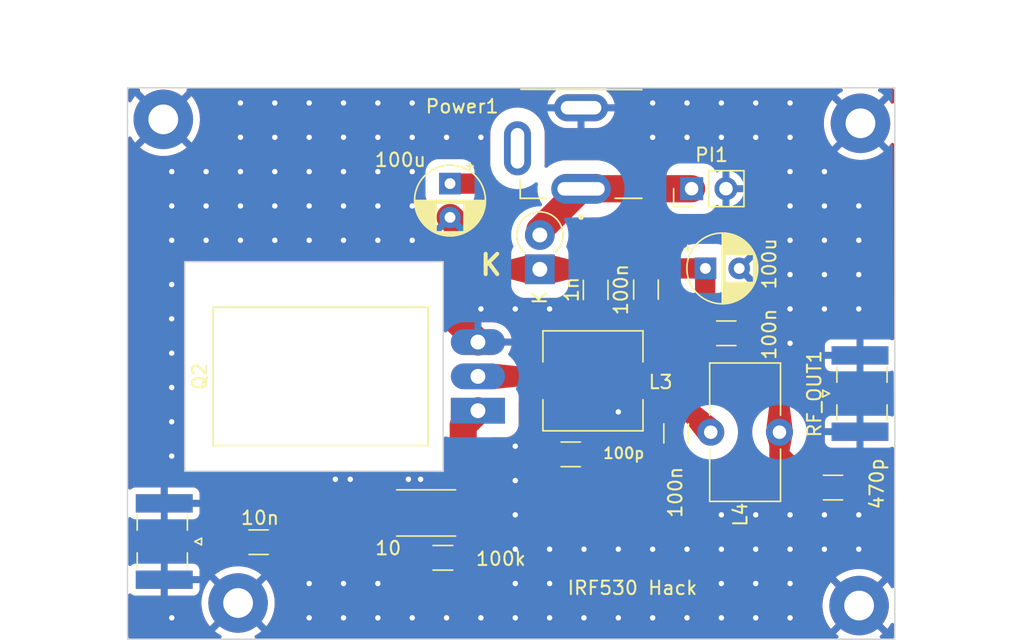
<source format=kicad_pcb>
(kicad_pcb (version 20221018) (generator pcbnew)
  (layers (0 "F.Cu" signal) (31 "B.Cu" signal) (35 "F.Paste" user) (37 "F.SilkS" user "F.Silkscreen") (38 "B.Mask" user) (39 "F.Mask" user) (44 "Edge.Cuts" user))
  (net 0 "")
  (net 1 "GND")
  (net 2 "+VDC")
  (net 3 "Net-(D4-K)")
  (net 4 "Net-(C7-Pad1)")
  (net 5 "/DRAIN")
  (net 6 "Net-(Q2-G)")
  (net 7 "Net-(C19-Pad2)")
  (net 8 "Net-(RF_OUT1-In)")
  (net 10 "Net-(RF_IN1-In)")
  (footprint "Resistor_SMD:R_2512_6332Metric_Pad1.40x3.35mm_HandSolder" (layer "F.Cu") (at 172.395 94.295 180)
    (fp_text reference "R3" hide)
    (fp_text value "10" (at 2.8 -2.61 180) (layer "F.SilkS"))
    (pad "1" smd roundrect (at -3.05 0 180) (size 1.4 3.35) (layers "F.Cu" "F.Paste" "F.Mask") (roundrect_rratio 0.1785707143) (net 6 "Net-(Q2-G)"))
    (pad "2" smd roundrect (at 3.05 0 180) (size 1.4 3.35) (layers "F.Cu" "F.Paste" "F.Mask") (roundrect_rratio 0.1785707143) (net 7 "Net-(C19-Pad2)"))
  )
  (footprint "Capacitor_SMD:C_1206_3216Metric_Pad1.33x1.80mm_HandSolder" (layer "F.Cu") (at 190.88 88.41 -90)
    (fp_text reference "C7" hide)
    (fp_text value "100n" (at 4.36 0.06 90) (layer "F.SilkS"))
    (pad "1" smd roundrect (at -1.5625 0 270) (size 1.325 1.8) (layers "F.Cu" "F.Paste" "F.Mask") (roundrect_rratio 0.1886792453) (net 4 "Net-(C7-Pad1)"))
    (pad "2" smd roundrect (at 1.5625 0 270) (size 1.325 1.8) (layers "F.Cu" "F.Paste" "F.Mask") (roundrect_rratio 0.1886792453) (net 5 "/DRAIN"))
  )
  (footprint "Package_TO_SOT_THT:TO-220-3_Horizontal_TabDown" (layer "F.Cu") (at 176.225 86.73 90)
    (fp_text reference "Q2" (at 2.54 -20.58 90) (layer "F.SilkS"))
    (fp_text value "IRF530")
    (pad "" np_thru_hole oval (at 2.54 -16.66 90) (size 3.5 3.5) (drill 3.5) (layers "*.Cu" "*.Mask"))
    (pad "1" thru_hole rect (at 0 0 90) (size 1.905 4) (drill 1.1) (layers "*.Cu" "*.Mask") (net 6 "Net-(Q2-G)"))
    (pad "2" thru_hole oval (at 2.54 0 90) (size 1.905 4) (drill 1.1) (layers "*.Cu" "*.Mask") (net 5 "/DRAIN"))
    (pad "3" thru_hole oval (at 5.08 0 90) (size 1.905 4) (drill 1.1) (layers "*.Cu" "*.Mask") (net 1 "GND"))
  )
  (footprint "Capacitor_THT:CP_Radial_D5.0mm_P2.50mm" (layer "F.Cu") (at 193.044888 76.2)
    (fp_text reference "C5" hide)
    (fp_text value "100u" (at 4.7256 -0.3424 90) (layer "F.SilkS"))
    (pad "1" thru_hole rect (at 0 0) (size 1.6 1.6) (drill 0.8) (layers "*.Cu" "*.Mask") (net 3 "Net-(D4-K)"))
    (pad "2" thru_hole circle (at 2.5 0) (size 1.6 1.6) (drill 0.8) (layers "*.Cu" "*.Mask") (net 1 "GND"))
  )
  (footprint "Inductor_THT:L_Toroid_Vertical_L10.0mm_W5.0mm_P5.08mm" (layer "F.Cu") (at 193.44 88.32 90)
    (fp_text reference "L4" (at -6.1 2.19 90) (layer "F.SilkS"))
    (fp_text value "240n" hide)
    (pad "1" thru_hole circle (at 0 0 90) (size 2 2) (drill 1) (layers "*.Cu" "*.Mask") (net 4 "Net-(C7-Pad1)"))
    (pad "2" thru_hole circle (at 0 5.08 90) (size 2 2) (drill 1) (layers "*.Cu" "*.Mask") (net 8 "Net-(RF_OUT1-In)"))
  )
  (footprint "Connector_PinHeader_2.54mm:PinHeader_1x02_P2.54mm_Vertical" (layer "F.Cu") (at 192.025 70.3 90)
    (fp_text reference "PI1" (at 2.5 1.475 180) (layer "F.SilkS"))
    (fp_text value "VDC")
    (pad "1" thru_hole rect (at 0 0 90) (size 1.7 1.7) (drill 1) (layers "*.Cu" "*.Mask") (net 2 "+VDC"))
    (pad "2" thru_hole oval (at 0 2.54 90) (size 1.7 1.7) (drill 1) (layers "*.Cu" "*.Mask") (net 1 "GND"))
  )
  (footprint "Diode_THT:D_DO-41_SOD81_P2.54mm_Vertical_KathodeUp" (layer "F.Cu") (at 180.8 76.268234 90)
    (fp_text reference "D4" hide)
    (fp_text value "2A+ Schottky (1N5822 / SR2100)" hide)
    (fp_text user "K" (at -2.1 0 90) (layer "F.SilkS"))
    (pad "1" thru_hole rect (at 0 0 90) (size 2.2 2.2) (drill 1.1) (layers "*.Cu" "*.Mask") (net 3 "Net-(D4-K)"))
    (pad "2" thru_hole oval (at 2.54 0 90) (size 2.2 2.2) (drill 1.1) (layers "*.Cu" "*.Mask") (net 2 "+VDC"))
  )
  (footprint "MountingHole:MountingHole_2.2mm_M2_Pad" (layer "F.Cu") (at 158.49 100.96)
    (fp_text reference "H3" hide)
    (fp_text value "MountingHole_Pad" hide)
    (pad "1" thru_hole circle (at 0 0) (size 4.4 4.4) (drill 2.2) (layers "*.Cu" "*.Mask") (net 1 "GND"))
  )
  (footprint "Capacitor_SMD:C_1206_3216Metric_Pad1.33x1.80mm_HandSolder" (layer "F.Cu") (at 184.93 77.7925 -90)
    (fp_text reference "C17" hide)
    (fp_text value "1n" (at -0.03 1.77 -270) (layer "F.SilkS"))
    (pad "1" smd roundrect (at -1.5625 0 270) (size 1.325 1.8) (layers "F.Cu" "F.Paste" "F.Mask") (roundrect_rratio 0.1886792453) (net 3 "Net-(D4-K)"))
    (pad "2" smd roundrect (at 1.5625 0 270) (size 1.325 1.8) (layers "F.Cu" "F.Paste" "F.Mask") (roundrect_rratio 0.1886792453) (net 1 "GND"))
  )
  (footprint "Connector_Coaxial:SMA_Samtec_SMA-J-P-X-ST-EM1_EdgeMount" (layer "F.Cu") (at 204.4775 85.46 90)
    (fp_text reference "RF_OUT1" (at -0.02 -3.3775 90) (layer "F.SilkS"))
    (fp_text value "SMA" hide)
    (pad "1" smd rect (at 0 0.2 90) (size 1.27 3.6) (layers "F.Cu" "F.Paste" "F.Mask") (net 8 "Net-(RF_OUT1-In)"))
    (pad "2" smd rect (at -2.825 0 90) (size 1.35 4.2) (layers "F.Cu" "F.Paste" "F.Mask") (net 1 "GND"))
    (pad "2" smd rect (at -2.825 0 90) (size 1.35 4.2) (layers "B.Cu" "B.Paste" "B.Mask") (net 1 "GND"))
    (pad "2" smd rect (at 2.825 0 90) (size 1.35 4.2) (layers "F.Cu" "F.Paste" "F.Mask") (net 1 "GND"))
    (pad "2" smd rect (at 2.825 0 90) (size 1.35 4.2) (layers "B.Cu" "B.Paste" "B.Mask") (net 1 "GND"))
  )
  (footprint "Resistor_SMD:R_1206_3216Metric_Pad1.30x1.75mm_HandSolder" (layer "F.Cu") (at 173.635 97.615 180)
    (fp_text reference "R1" hide)
    (fp_text value "100k" (at -4.285 -0.075) (layer "F.SilkS"))
    (pad "1" smd roundrect (at -1.55 0 180) (size 1.3 1.75) (layers "F.Cu" "F.Paste" "F.Mask") (roundrect_rratio 0.1923076923) (net 6 "Net-(Q2-G)"))
    (pad "2" smd roundrect (at 1.55 0 180) (size 1.3 1.75) (layers "F.Cu" "F.Paste" "F.Mask") (roundrect_rratio 0.1923076923) (net 1 "GND"))
  )
  (footprint "Capacitor_SMD:C_1206_3216Metric_Pad1.33x1.80mm_HandSolder" (layer "F.Cu") (at 188.65 77.77 -90)
    (fp_text reference "C14" hide)
    (fp_text value "100n" (at 0 1.85 90) (layer "F.SilkS"))
    (pad "1" smd roundrect (at -1.5625 0 270) (size 1.325 1.8) (layers "F.Cu" "F.Paste" "F.Mask") (roundrect_rratio 0.1886792453) (net 3 "Net-(D4-K)"))
    (pad "2" smd roundrect (at 1.5625 0 270) (size 1.325 1.8) (layers "F.Cu" "F.Paste" "F.Mask") (roundrect_rratio 0.1886792453) (net 1 "GND"))
  )
  (footprint "footprints:XKB_DC-005-5A-2.0_Modded" (layer "F.Cu") (at 183.85 64.3125 -90)
    (fp_text reference "Power1" (at -0.1013 8.7932) (layer "F.SilkS"))
    (fp_text value "DC-005 (Barrel Jack)" hide)
    (pad "1" thru_hole oval (at 6 0 270) (size 2.2 4.4) (drill oval 1 3.5) (layers "*.Cu" "*.Mask") (net 2 "+VDC"))
    (pad "2" thru_hole oval (at 0 0 270) (size 2 4) (drill oval 1 3) (layers "*.Cu" "*.Mask") (net 1 "GND"))
    (pad "3" thru_hole oval (at 3 4.7 270) (size 4 2) (drill oval 3 1) (layers "*.Cu" "*.Mask"))
  )
  (footprint "Capacitor_THT:CP_Radial_D5.0mm_P2.50mm" (layer "F.Cu") (at 174.16 69.924888 -90)
    (fp_text reference "C15" hide)
    (fp_text value "100u" (at -1.754888 3.67 -180) (layer "F.SilkS"))
    (pad "1" thru_hole rect (at 0 0 270) (size 1.6 1.6) (drill 0.8) (layers "*.Cu" "*.Mask") (net 3 "Net-(D4-K)"))
    (pad "2" thru_hole circle (at 2.5 0 270) (size 1.6 1.6) (drill 0.8) (layers "*.Cu" "*.Mask") (net 1 "GND"))
  )
  (footprint "MountingHole:MountingHole_2.2mm_M2_Pad" (layer "F.Cu") (at 204.41 101.15)
    (fp_text reference "H4" hide)
    (fp_text value "MountingHole_Pad" hide)
    (pad "1" thru_hole circle (at 0 0) (size 4.4 4.4) (drill 2.2) (layers "*.Cu" "*.Mask") (net 1 "GND"))
  )
  (footprint "Capacitor_SMD:C_1206_3216Metric_Pad1.33x1.80mm_HandSolder" (layer "F.Cu") (at 202.48 92.42)
    (fp_text reference "C1" hide)
    (fp_text value "470p" (at 3.2381 -0.2794 90) (layer "F.SilkS"))
    (pad "1" smd roundrect (at -1.5625 0) (size 1.325 1.8) (layers "F.Cu" "F.Paste" "F.Mask") (roundrect_rratio 0.1886792453) (net 8 "Net-(RF_OUT1-In)"))
    (pad "2" smd roundrect (at 1.5625 0) (size 1.325 1.8) (layers "F.Cu" "F.Paste" "F.Mask") (roundrect_rratio 0.1886792453) (net 1 "GND"))
  )
  (footprint "Connector_Coaxial:SMA_Samtec_SMA-J-P-X-ST-EM1_EdgeMount" (layer "F.Cu") (at 153.03 96.41 -90)
    (fp_text reference "RF_IN1" hide)
    (fp_text value "SMA" hide)
    (pad "1" smd rect (at 0 0.2 270) (size 1.27 3.6) (layers "F.Cu" "F.Paste" "F.Mask") (net 10 "Net-(RF_IN1-In)"))
    (pad "2" smd rect (at -2.825 0 270) (size 1.35 4.2) (layers "F.Cu" "F.Paste" "F.Mask") (net 1 "GND"))
    (pad "2" smd rect (at -2.825 0 270) (size 1.35 4.2) (layers "B.Cu" "B.Paste" "B.Mask") (net 1 "GND"))
    (pad "2" smd rect (at 2.825 0 270) (size 1.35 4.2) (layers "F.Cu" "F.Paste" "F.Mask") (net 1 "GND"))
    (pad "2" smd rect (at 2.825 0 270) (size 1.35 4.2) (layers "B.Cu" "B.Paste" "B.Mask") (net 1 "GND"))
  )
  (footprint "Capacitor_SMD:C_1206_3216Metric_Pad1.33x1.80mm_HandSolder" (layer "F.Cu") (at 183.0875 89.96)
    (fp_text reference "C3" hide)
    (fp_text value "100p" (at 3.92 -0.08) (layer "F.SilkS") (effects (font (size 0.8 0.8))))
    (pad "1" smd roundrect (at -1.5625 0) (size 1.325 1.8) (layers "F.Cu" "F.Paste" "F.Mask") (roundrect_rratio 0.1886792453) (net 5 "/DRAIN"))
    (pad "2" smd roundrect (at 1.5625 0) (size 1.325 1.8) (layers "F.Cu" "F.Paste" "F.Mask") (roundrect_rratio 0.1886792453) (net 1 "GND"))
  )
  (footprint "Capacitor_SMD:C_1206_3216Metric_Pad1.33x1.80mm_HandSolder" (layer "F.Cu") (at 194.59 81)
    (fp_text reference "C6" hide)
    (fp_text value "100n" (at 3.18 0.07 90) (layer "F.SilkS"))
    (pad "1" smd roundrect (at -1.5625 0) (size 1.325 1.8) (layers "F.Cu" "F.Paste" "F.Mask") (roundrect_rratio 0.1886792453) (net 3 "Net-(D4-K)"))
    (pad "2" smd roundrect (at 1.5625 0) (size 1.325 1.8) (layers "F.Cu" "F.Paste" "F.Mask") (roundrect_rratio 0.1886792453) (net 1 "GND"))
  )
  (footprint "MountingHole:MountingHole_2.2mm_M2_Pad" (layer "F.Cu") (at 152.96 65.17)
    (fp_text reference "H1" hide)
    (fp_text value "MountingHole_Pad" hide)
    (pad "1" thru_hole circle (at 0 0) (size 4.4 4.4) (drill 2.2) (layers "*.Cu" "*.Mask") (net 1 "GND"))
  )
  (footprint "Capacitor_SMD:C_1206_3216Metric_Pad1.33x1.80mm_HandSolder" (layer "F.Cu") (at 160.01 96.46)
    (fp_text reference "C19" hide)
    (fp_text value "10n" (at 0.1 -1.8) (layer "F.SilkS"))
    (pad "1" smd roundrect (at -1.5625 0) (size 1.325 1.8) (layers "F.Cu" "F.Paste" "F.Mask") (roundrect_rratio 0.1886792453) (net 10 "Net-(RF_IN1-In)"))
    (pad "2" smd roundrect (at 1.5625 0) (size 1.325 1.8) (layers "F.Cu" "F.Paste" "F.Mask") (roundrect_rratio 0.1886792453) (net 7 "Net-(C19-Pad2)"))
  )
  (footprint "MountingHole:MountingHole_2.2mm_M2_Pad" (layer "F.Cu") (at 204.51 65.46)
    (fp_text reference "H2" hide)
    (fp_text value "MountingHole_Pad" hide)
    (pad "1" thru_hole circle (at 0 0) (size 4.4 4.4) (drill 2.2) (layers "*.Cu" "*.Mask") (net 1 "GND"))
  )
  (footprint "Inductor_SMD:L_7.3x7.3_H3.5" (layer "F.Cu") (at 184.73 84.52 180)
    (fp_text reference "L3" (at -5 -0.09) (layer "F.SilkS"))
    (fp_text value "3.3uH / 4.7uH" hide)
    (pad "1" smd rect (at -3.2 0 180) (size 1.5 2.2) (layers "F.Cu" "F.Paste" "F.Mask") (net 3 "Net-(D4-K)"))
    (pad "2" smd rect (at 3.2 0 180) (size 1.5 2.2) (layers "F.Cu" "F.Paste" "F.Mask") (net 5 "/DRAIN"))
  )
  (gr_rect (start 150.313 62.835) (end 207.048 103.636) (stroke (width 0.1)) (fill none) (layer "Edge.Cuts"))
  (gr_rect (start 154.55 75.705) (end 173.65 91.205) (stroke (width 0.1)) (fill none) (layer "Edge.Cuts"))
  (gr_text "K" (at 176.24 76.82) (layer "F.SilkS") (effects (font (size 1.5 1.5) (thickness 0.3) bold) (justify left bottom)))
  (gr_text "IRF530 Hack" (at 182.76 100.43) (layer "F.SilkS") (effects (font (size 1 1)) (justify left bottom)))
  (segment (start 174.16 72.424888) (end 174.7 72.964888) (width 2) (layer "F.Cu") (net 1))
  (segment (start 174.7 80.125) (end 176.225 81.65) (width 2) (layer "F.Cu") (net 1))
  (segment (start 174.7 72.964888) (end 174.7 80.125) (width 2) (layer "F.Cu") (net 1))
  (via (at 166.285 99.5175) (size 0.8) (drill 0.4) (layers "F.Cu" "B.Cu") (net 1))
  (via (at 168.825 69.0375) (size 0.8) (drill 0.4) (layers "F.Cu" "B.Cu") (net 1))
  (via (at 196.765 102.0575) (size 0.8) (drill 0.4) (layers "F.Cu" "B.Cu") (net 1))
  (via (at 199.305 74.1175) (size 0.8) (drill 0.4) (layers "F.Cu" "B.Cu") (net 1))
  (via (at 153.585 69.0375) (size 0.8) (drill 0.4) (layers "F.Cu" "B.Cu") (net 1))
  (via (at 171.365 66.4975) (size 0.8) (drill 0.4) (layers "F.Cu" "B.Cu") (net 1))
  (via (at 199.305 102.0575) (size 0.8) (drill 0.4) (layers "F.Cu" "B.Cu") (net 1))
  (via (at 204.385 79.1975) (size 0.8) (drill 0.4) (layers "F.Cu" "B.Cu") (net 1))
  (via (at 178.985 96.9775) (size 0.8) (drill 0.4) (layers "F.Cu" "B.Cu") (net 1))
  (via (at 184.065 102.0575) (size 0.8) (drill 0.4) (layers "F.Cu" "B.Cu") (net 1))
  (via (at 199.305 81.7375) (size 0.8) (drill 0.4) (layers "F.Cu" "B.Cu") (net 1))
  (via (at 199.305 63.9575) (size 0.8) (drill 0.4) (layers "F.Cu" "B.Cu") (net 1))
  (via (at 196.765 94.4375) (size 0.8) (drill 0.4) (layers "F.Cu" "B.Cu") (net 1))
  (via (at 199.305 71.5775) (size 0.8) (drill 0.4) (layers "F.Cu" "B.Cu") (net 1))
  (via (at 171.365 71.5775) (size 0.8) (drill 0.4) (layers "F.Cu" "B.Cu") (net 1))
  (via (at 176.445 79.1975) (size 0.8) (drill 0.4) (layers "F.Cu" "B.Cu") (net 1))
  (via (at 166.285 63.9575) (size 0.8) (drill 0.4) (layers "F.Cu" "B.Cu") (net 1))
  (via (at 201.845 96.9775) (size 0.8) (drill 0.4) (layers "F.Cu" "B.Cu") (net 1))
  (via (at 153.58 85.01) (size 0.8) (drill 0.4) (layers "F.Cu" "B.Cu") (net 1))
  (via (at 171.365 102.0575) (size 0.8) (drill 0.4) (layers "F.Cu" "B.Cu") (net 1))
  (via (at 194.225 96.9775) (size 0.8) (drill 0.4) (layers "F.Cu" "B.Cu") (net 1))
  (via (at 153.58 77.39) (size 0.8) (drill 0.4) (layers "F.Cu" "B.Cu") (net 1))
  (via (at 201.845 69.0375) (size 0.8) (drill 0.4) (layers "F.Cu" "B.Cu") (net 1))
  (via (at 165.685 91.805) (size 0.8) (drill 0.4) (layers "F.Cu" "B.Cu") (net 1))
  (via (at 186.605 102.0575) (size 0.8) (drill 0.4) (layers "F.Cu" "B.Cu") (net 1))
  (via (at 204.385 76.6575) (size 0.8) (drill 0.4) (layers "F.Cu" "B.Cu") (net 1))
  (via (at 178.985 89.3575) (size 0.8) (drill 0.4) (layers "F.Cu" "B.Cu") (net 1))
  (via (at 163.745 63.9575) (size 0.8) (drill 0.4) (layers "F.Cu" "B.Cu") (net 1))
  (via (at 196.765 66.4975) (size 0.8) (drill 0.4) (layers "F.Cu" "B.Cu") (net 1))
  (via (at 171.365 63.9575) (size 0.8) (drill 0.4) (layers "F.Cu" "B.Cu") (net 1))
  (via (at 196.765 99.5175) (size 0.8) (drill 0.4) (layers "F.Cu" "B.Cu") (net 1))
  (via (at 158.665 69.0375) (size 0.8) (drill 0.4) (layers "F.Cu" "B.Cu") (net 1))
  (via (at 156.125 74.1175) (size 0.8) (drill 0.4) (layers "F.Cu" "B.Cu") (net 1))
  (via (at 161.205 71.5775) (size 0.8) (drill 0.4) (layers "F.Cu" "B.Cu") (net 1))
  (via (at 189.145 102.0575) (size 0.8) (drill 0.4) (layers "F.Cu" "B.Cu") (net 1))
  (via (at 153.585 102.0575) (size 0.8) (drill 0.4) (layers "F.Cu" "B.Cu") (net 1))
  (via (at 201.845 76.6575) (size 0.8) (drill 0.4) (layers "F.Cu" "B.Cu") (net 1))
  (via (at 199.305 69.0375) (size 0.8) (drill 0.4) (layers "F.Cu" "B.Cu") (net 1))
  (via (at 166.785 91.805) (size 0.8) (drill 0.4) (layers "F.Cu" "B.Cu") (net 1))
  (via (at 158.665 74.1175) (size 0.8) (drill 0.4) (layers "F.Cu" "B.Cu") (net 1))
  (via (at 189.145 63.9575) (size 0.8) (drill 0.4) (layers "F.Cu" "B.Cu") (net 1))
  (via (at 168.825 63.9575) (size 0.8) (drill 0.4) (layers "F.Cu" "B.Cu") (net 1))
  (via (at 158.665 63.9575) (size 0.8) (drill 0.4) (layers "F.Cu" "B.Cu") (net 1))
  (via (at 178.985 102.0575) (size 0.8) (drill 0.4) (layers "F.Cu" "B.Cu") (net 1))
  (via (at 163.745 71.5775) (size 0.8) (drill 0.4) (layers "F.Cu" "B.Cu") (net 1))
  (via (at 171.985 91.805) (size 0.8) (drill 0.4) (layers "F.Cu" "B.Cu") (net 1))
  (via (at 189.145 66.4975) (size 0.8) (drill 0.4) (layers "F.Cu" "B.Cu") (net 1))
  (via (at 181.525 96.9775) (size 0.8) (drill 0.4) (layers "F.Cu" "B.Cu") (net 1))
  (via (at 204.385 71.5775) (size 0.8) (drill 0.4) (layers "F.Cu" "B.Cu") (net 1))
  (via (at 166.285 66.4975) (size 0.8) (drill 0.4) (layers "F.Cu" "B.Cu") (net 1))
  (via (at 161.205 66.4975) (size 0.8) (drill 0.4) (layers "F.Cu" "B.Cu") (net 1))
  (via (at 161.205 74.1175) (size 0.8) (drill 0.4) (layers "F.Cu" "B.Cu") (net 1))
  (via (at 184.065 96.9775) (size 0.8) (drill 0.4) (layers "F.Cu" "B.Cu") (net 1))
  (via (at 153.585 71.5775) (size 0.8) (drill 0.4) (layers "F.Cu" "B.Cu") (net 1))
  (via (at 191.685 102.0575) (size 0.8) (drill 0.4) (layers "F.Cu" "B.Cu") (net 1))
  (via (at 163.745 102.0575) (size 0.8) (drill 0.4) (layers "F.Cu" "B.Cu") (net 1))
  (via (at 204.385 74.1175) (size 0.8) (drill 0.4) (layers "F.Cu" "B.Cu") (net 1))
  (via (at 171.365 69.0375) (size 0.8) (drill 0.4) (layers "F.Cu" "B.Cu") (net 1))
  (via (at 178.985 79.1975) (size 0.8) (drill 0.4) (layers "F.Cu" "B.Cu") (net 1))
  (via (at 196.765 96.9775) (size 0.8) (drill 0.4) (layers "F.Cu" "B.Cu") (net 1))
  (via (at 204.385 96.9775) (size 0.8) (drill 0.4) (layers "F.Cu" "B.Cu") (net 1))
  (via (at 186.605 86.8175) (size 0.8) (drill 0.4) (layers "F.Cu" "B.Cu") (net 1))
  (via (at 189.145 96.9775) (size 0.8) (drill 0.4) (layers "F.Cu" "B.Cu") (net 1))
  (via (at 166.285 102.0575) (size 0.8) (drill 0.4) (layers "F.Cu" "B.Cu") (net 1))
  (via (at 156.125 69.0375) (size 0.8) (drill 0.4) (layers "F.Cu" "B.Cu") (net 1))
  (via (at 194.225 99.5175) (size 0.8) (drill 0.4) (layers "F.Cu" "B.Cu") (net 1))
  (via (at 186.605 96.9775) (size 0.8) (drill 0.4) (layers "F.Cu" "B.Cu") (net 1))
  (via (at 166.285 74.1175) (size 0.8) (drill 0.4) (layers "F.Cu" "B.Cu") (net 1))
  (via (at 153.58 90.09) (size 0.8) (drill 0.4) (layers "F.Cu" "B.Cu") (net 1))
  (via (at 194.225 94.4375) (size 0.8) (drill 0.4) (layers "F.Cu" "B.Cu") (net 1))
  (via (at 168.825 74.1175) (size 0.8) (drill 0.4) (layers "F.Cu" "B.Cu") (net 1))
  (via (at 199.305 99.5175) (size 0.8) (drill 0.4) (layers "F.Cu" "B.Cu") (net 1))
  (via (at 199.305 66.4975) (size 0.8) (drill 0.4) (layers "F.Cu" "B.Cu") (net 1))
  (via (at 153.58 82.47) (size 0.8) (drill 0.4) (layers "F.Cu" "B.Cu") (net 1))
  (via (at 201.845 74.1175) (size 0.8) (drill 0.4) (layers "F.Cu" "B.Cu") (net 1))
  (via (at 173.905 66.4975) (size 0.8) (drill 0.4) (layers "F.Cu" "B.Cu") (net 1))
  (via (at 161.205 69.0375) (size 0.8) (drill 0.4) (layers "F.Cu" "B.Cu") (net 1))
  (via (at 199.305 96.9775) (size 0.8) (drill 0.4) (layers "F.Cu" "B.Cu") (net 1))
  (via (at 163.745 74.1175) (size 0.8) (drill 0.4) (layers "F.Cu" "B.Cu") (net 1))
  (via (at 176.445 66.4975) (size 0.8) (drill 0.4) (layers "F.Cu" "B.Cu") (net 1))
  (via (at 178.985 99.5175) (size 0.8) (drill 0.4) (layers "F.Cu" "B.Cu") (net 1))
  (via (at 196.765 63.9575) (size 0.8) (drill 0.4) (layers "F.Cu" "B.Cu") (net 1))
  (via (at 199.305 94.4375) (size 0.8) (drill 0.4) (layers "F.Cu" "B.Cu") (net 1))
  (via (at 178.985 94.4375) (size 0.8) (drill 0.4) (layers "F.Cu" "B.Cu") (net 1))
  (via (at 201.845 79.1975) (size 0.8) (drill 0.4) (layers "F.Cu" "B.Cu") (net 1))
  (via (at 166.285 71.5775) (size 0.8) (drill 0.4) (layers "F.Cu" "B.Cu") (net 1))
  (via (at 171.365 74.1175) (size 0.8) (drill 0.4) (layers "F.Cu" "B.Cu") (net 1))
  (via (at 168.825 99.5175) (size 0.8) (drill 0.4) (layers "F.Cu" "B.Cu") (net 1))
  (via (at 191.685 63.9575) (size 0.8) (drill 0.4) (layers "F.Cu" "B.Cu") (net 1))
  (via (at 153.58 79.93) (size 0.8) (drill 0.4) (layers "F.Cu" "B.Cu") (net 1))
  (via (at 168.825 71.5775) (size 0.8) (drill 0.4) (layers "F.Cu" "B.Cu") (net 1))
  (via (at 181.525 99.5175) (size 0.8) (drill 0.4) (layers "F.Cu" "B.Cu") (net 1))
  (via (at 191.685 96.9775) (size 0.8) (drill 0.4) (layers "F.Cu" "B.Cu") (net 1))
  (via (at 199.305 79.1975) (size 0.8) (drill 0.4) (layers "F.Cu" "B.Cu") (net 1))
  (via (at 156.125 71.5775) (size 0.8) (drill 0.4) (layers "F.Cu" "B.Cu") (net 1))
  (via (at 153.585 74.1175) (size 0.8) (drill 0.4) (layers "F.Cu" "B.Cu") (net 1))
  (via (at 163.745 66.4975) (size 0.8) (drill 0.4) (layers "F.Cu" "B.Cu") (net 1))
  (via (at 168.825 66.4975) (size 0.8) (drill 0.4) (layers "F.Cu" "B.Cu") (net 1))
  (via (at 194.225 63.9575) (size 0.8) (drill 0.4) (layers "F.Cu" "B.Cu") (net 1))
  (via (at 199.305 76.6575) (size 0.8) (drill 0.4) (layers "F.Cu" "B.Cu") (net 1))
  (via (at 153.58 87.55) (size 0.8) (drill 0.4) (layers "F.Cu" "B.Cu") (net 1))
  (via (at 171.085 91.805) (size 0.8) (drill 0.4) (layers "F.Cu" "B.Cu") (net 1))
  (via (at 191.685 66.4975) (size 0.8) (drill 0.4) (layers "F.Cu" "B.Cu") (net 1))
  (via (at 176.445 102.0575) (size 0.8) (drill 0.4) (layers "F.Cu" "B.Cu") (net 1))
  (via (at 201.845 94.4375) (size 0.8) (drill 0.4) (layers "F.Cu" "B.Cu") (net 1))
  (via (at 194.225 102.0575) (size 0.8) (drill 0.4) (layers "F.Cu" "B.Cu") (net 1))
  (via (at 158.665 71.5775) (size 0.8) (drill 0.4) (layers "F.Cu" "B.Cu") (net 1))
  (via (at 158.665 66.4975) (size 0.8) (drill 0.4) (layers "F.Cu" "B.Cu") (net 1))
  (via (at 168.825 102.0575) (size 0.8) (drill 0.4) (layers "F.Cu" "B.Cu") (net 1))
  (via (at 163.745 69.0375) (size 0.8) (drill 0.4) (layers "F.Cu" "B.Cu") (net 1))
  (via (at 163.745 99.5175) (size 0.8) (drill 0.4) (layers "F.Cu" "B.Cu") (net 1))
  (via (at 201.845 71.5775) (size 0.8) (drill 0.4) (layers "F.Cu" "B.Cu") (net 1))
  (via (at 181.525 102.0575) (size 0.8) (drill 0.4) (layers "F.Cu" "B.Cu") (net 1))
  (via (at 181.525 79.1975) (size 0.8) (drill 0.4) (layers "F.Cu" "B.Cu") (net 1))
  (via (at 173.905 102.0575) (size 0.8) (drill 0.4) (layers "F.Cu" "B.Cu") (net 1))
  (via (at 194.225 66.4975) (size 0.8) (drill 0.4) (layers "F.Cu" "B.Cu") (net 1))
  (via (at 204.385 94.4375) (size 0.8) (drill 0.4) (layers "F.Cu" "B.Cu") (net 1))
  (via (at 178.985 91.8975) (size 0.8) (drill 0.4) (layers "F.Cu" "B.Cu") (net 1))
  (via (at 166.285 69.0375) (size 0.8) (drill 0.4) (layers "F.Cu" "B.Cu") (net 1))
  (via (at 161.205 63.9575) (size 0.8) (drill 0.4) (layers "F.Cu" "B.Cu") (net 1))
  (segment (start 180.8 73.3625) (end 183.85 70.3125) (width 2) (layer "F.Cu") (net 2))
  (segment (start 192.025 70.3) (end 183.8625 70.3) (width 2) (layer "F.Cu") (net 2))
  (segment (start 183.85 70.3125) (end 192.0125 70.3125) (width 2) (layer "F.Cu") (net 2))
  (segment (start 180.8 73.728234) (end 180.8 73.3625) (width 2) (layer "F.Cu") (net 2))
  (segment (start 193.0275 81) (end 193.0275 76.217388) (width 1.5) (layer "F.Cu") (net 3))
  (segment (start 187.47 76.23) (end 187.5 76.2) (width 1.5) (layer "F.Cu") (net 3))
  (segment (start 176.544888 69.924888) (end 174.16 69.924888) (width 1.5) (layer "F.Cu") (net 3))
  (segment (start 177.458234 76.268234) (end 176.83 75.64) (width 1.5) (layer "F.Cu") (net 3))
  (segment (start 187.47 76.23) (end 188.6275 76.23) (width 1.5) (layer "F.Cu") (net 3))
  (segment (start 176.83 70.21) (end 176.544888 69.924888) (width 1.5) (layer "F.Cu") (net 3))
  (segment (start 187.93 82.69) (end 187.93 84.52) (width 1.5) (layer "F.Cu") (net 3))
  (segment (start 176.83 75.64) (end 176.83 70.21) (width 1.5) (layer "F.Cu") (net 3))
  (segment (start 180.8 76.268234) (end 184.891766 76.268234) (width 1.5) (layer "F.Cu") (net 3))
  (segment (start 193.0275 81) (end 191.3375 82.69) (width 1.5) (layer "F.Cu") (net 3))
  (segment (start 180.8 76.268234) (end 177.458234 76.268234) (width 1.5) (layer "F.Cu") (net 3))
  (segment (start 184.93 76.23) (end 187.47 76.23) (width 1.5) (layer "F.Cu") (net 3))
  (segment (start 191.3375 82.69) (end 187.93 82.69) (width 1.5) (layer "F.Cu") (net 3))
  (segment (start 187.5 76.2) (end 193.044888 76.2) (width 1.5) (layer "F.Cu") (net 3))
  (segment (start 190.88 86.8475) (end 191.9675 86.8475) (width 1.5) (layer "F.Cu") (net 4))
  (segment (start 191.9675 86.8475) (end 193.44 88.32) (width 1.5) (layer "F.Cu") (net 4))
  (segment (start 190.88 89.9725) (end 190.88 92.77) (width 1.5) (layer "F.Cu") (net 5))
  (segment (start 181.525 92.285) (end 181.525 89.96) (width 1.5) (layer "F.Cu") (net 5))
  (segment (start 181.525 84.525) (end 181.53 84.52) (width 1.5) (layer "F.Cu") (net 5))
  (segment (start 181.2 84.19) (end 181.53 84.52) (width 1.5) (layer "F.Cu") (net 5))
  (segment (start 190.88 92.77) (end 190.72 92.93) (width 1.5) (layer "F.Cu") (net 5))
  (segment (start 176.225 84.19) (end 181.2 84.19) (width 1.5) (layer "F.Cu") (net 5))
  (segment (start 190.72 92.93) (end 182.17 92.93) (width 1.5) (layer "F.Cu") (net 5))
  (segment (start 182.17 92.93) (end 181.525 92.285) (width 1.5) (layer "F.Cu") (net 5))
  (segment (start 181.525 89.96) (end 181.525 84.525) (width 1.5) (layer "F.Cu") (net 5))
  (segment (start 175.135 93.295) (end 175.135 96.555) (width 2) (layer "F.Cu") (net 6))
  (segment (start 175.135 93.295) (end 175.135 87.82) (width 2) (layer "F.Cu") (net 6))
  (segment (start 175.135 87.82) (end 176.225 86.73) (width 2) (layer "F.Cu") (net 6))
  (segment (start 175.061 96.405) (end 175.061 93.369) (width 1) (layer "F.Cu") (net 6))
  (segment (start 169.23 96.24) (end 161.7925 96.24) (width 1.5) (layer "F.Cu") (net 7))
  (segment (start 169.345 94.295) (end 169.23 94.41) (width 1.5) (layer "F.Cu") (net 7))
  (segment (start 169.23 94.41) (end 169.23 96.24) (width 1.5) (layer "F.Cu") (net 7))
  (segment (start 198.52 88.32) (end 198.52 85.87) (width 1.5) (layer "F.Cu") (net 8))
  (segment (start 198.52 85.87) (end 198.93 85.46) (width 1.5) (layer "F.Cu") (net 8))
  (segment (start 198.93 85.46) (end 204.6775 85.46) (width 1.5) (layer "F.Cu") (net 8))
  (segment (start 198.52 90.0225) (end 200.9175 92.42) (width 1.5) (layer "F.Cu") (net 8))
  (segment (start 198.52 88.32) (end 198.52 90.0225) (width 1.5) (layer "F.Cu") (net 8))
  (segment (start 152.83 96.41) (end 158.3975 96.41) (width 1.5) (layer "F.Cu") (net 10))
  (zone (net 1) (net_name "GND") (layer "F.Cu") (connect_pads (clearance 1.016)) (min_thickness 0.254) (fill yes (thermal_gap 0.508) (thermal_bridge_width 0.508))
    (polygon (pts (xy 207.15 103.696) (xy 150.2846 103.623) (xy 150.2946 62.7) (xy 207.16 62.773)))
  )
  (zone (net 1) (net_name "GND") (layer "B.Cu") (connect_pads (clearance 1.016)) (min_thickness 0.254) (fill yes (thermal_gap 0.508) (thermal_bridge_width 0.508))
    (polygon (pts (xy 207.055 103.656) (xy 150.3378 103.6198) (xy 150.162114 62.783373) (xy 206.879314 62.809573)))
  )
)
</source>
